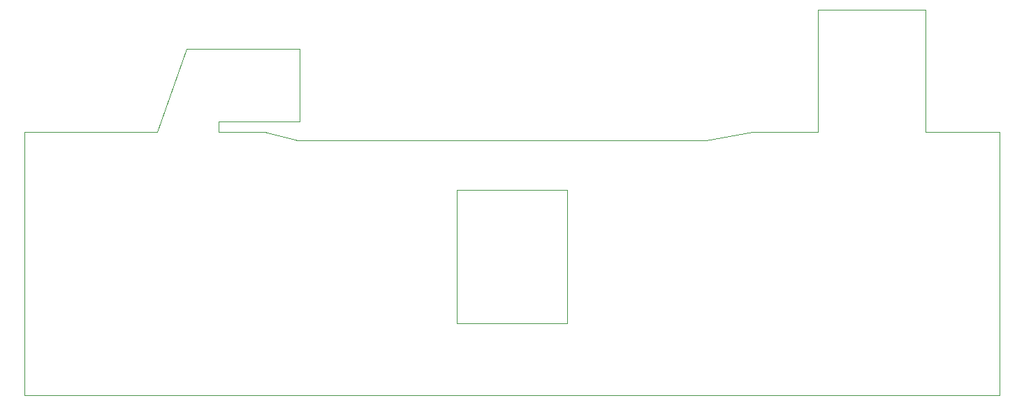
<source format=gbr>
%TF.GenerationSoftware,KiCad,Pcbnew,(5.1.6)-1*%
%TF.CreationDate,2022-02-02T11:22:03-06:00*%
%TF.ProjectId,Pikatea R26 PCB,50696b61-7465-4612-9052-323620504342,rev?*%
%TF.SameCoordinates,Original*%
%TF.FileFunction,Profile,NP*%
%FSLAX46Y46*%
G04 Gerber Fmt 4.6, Leading zero omitted, Abs format (unit mm)*
G04 Created by KiCad (PCBNEW (5.1.6)-1) date 2022-02-02 11:22:03*
%MOMM*%
%LPD*%
G01*
G04 APERTURE LIST*
%TA.AperFunction,Profile*%
%ADD10C,0.050000*%
%TD*%
G04 APERTURE END LIST*
D10*
X101400000Y-95000000D02*
X105400000Y-96000000D01*
X101400000Y-95000000D02*
X95800000Y-95000000D01*
X154900000Y-96000000D02*
X160500000Y-95000000D01*
X105400000Y-96000000D02*
X154900000Y-96000000D01*
X124700000Y-102000000D02*
X124700000Y-118200000D01*
X138100000Y-102000000D02*
X124700000Y-102000000D01*
X138100000Y-118200000D02*
X138100000Y-102000000D01*
X124700000Y-118200000D02*
X138100000Y-118200000D01*
X91900000Y-84900000D02*
X88400000Y-95000000D01*
X88400000Y-95000000D02*
X72300000Y-95000000D01*
X190500000Y-95000000D02*
X190500000Y-126900000D01*
X181500000Y-95000000D02*
X190500000Y-95000000D01*
X181500000Y-80200000D02*
X181500000Y-95000000D01*
X168500000Y-80200000D02*
X181500000Y-80200000D01*
X168500000Y-95000000D02*
X168500000Y-80200000D01*
X160500000Y-95000000D02*
X168500000Y-95000000D01*
X95800000Y-93700000D02*
X95800000Y-95000000D01*
X105600000Y-93700000D02*
X95800000Y-93700000D01*
X105600000Y-84900000D02*
X105600000Y-93700000D01*
X105600000Y-84900000D02*
X91900000Y-84900000D01*
X72300000Y-126900000D02*
X72300000Y-95000000D01*
X190500000Y-126900000D02*
X72300000Y-126900000D01*
M02*

</source>
